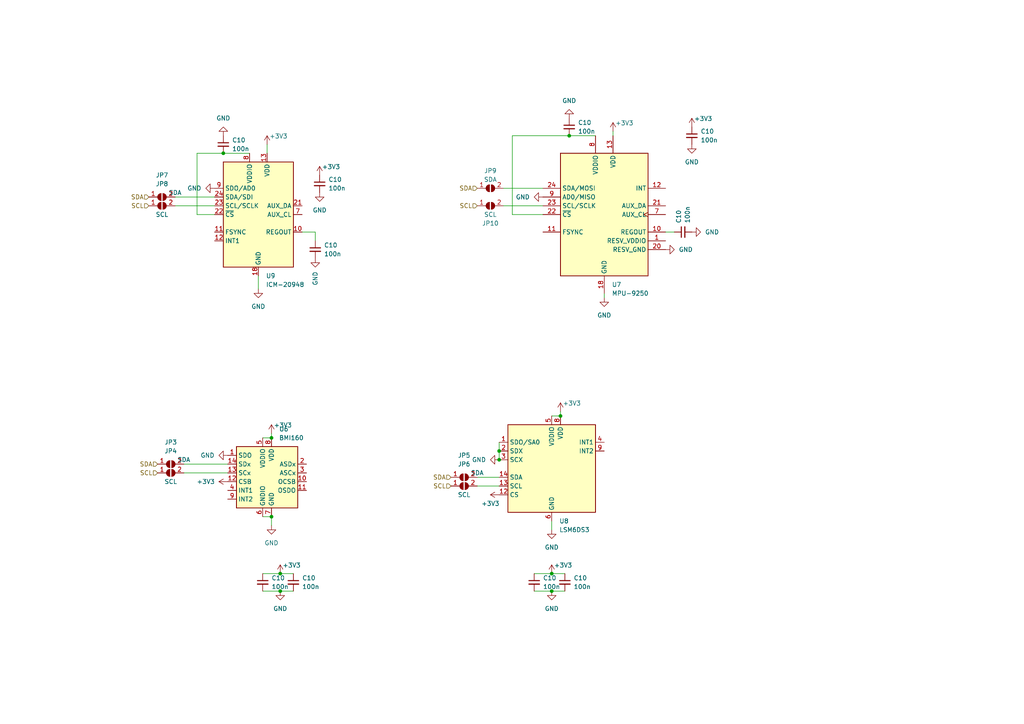
<source format=kicad_sch>
(kicad_sch (version 20230121) (generator eeschema)
  (paper "A4")
  (lib_symbols
    (symbol "Device:C_Small" (pin_numbers hide) (pin_names (offset 0.254) hide)
      (property "Reference" "C" (at 0.254 1.778 0))
      (property "Value" "C_Small" (at 0.254 -2.032 0))
      (symbol "C_Small_0_1"
        (polyline (pts (xy -1.524 -0.508) (xy 1.524 -0.508)) (stroke (width 0.3302)))
        (polyline (pts (xy -1.524 0.508) (xy 1.524 0.508)) (stroke (width 0.3048)))
      )
      (symbol "C_Small_1_1"
        (pin passive line (at 0 2.54 270) (length 2.032) (name "~") (number "1"))
        (pin passive line (at 0 -2.54 90) (length 2.032) (name "~") (number "2"))
      )
    )
    (symbol "Jumper:SolderJumper_2_Open" (pin_names (offset 0) hide)
      (property "Reference" "JP" (at 0 2.032 0))
      (property "Value" "SolderJumper_2_Open" (at 0 -2.54 0))
      (symbol "SolderJumper_2_Open_0_1"
        (arc (start -0.254 1.016) (mid -1.2656 0) (end -0.254 -1.016))
        (arc (start -0.254 1.016) (mid -1.2656 0) (end -0.254 -1.016) (fill (type outline)))
        (polyline (pts (xy -0.254 1.016) (xy -0.254 -1.016)))
        (polyline (pts (xy 0.254 1.016) (xy 0.254 -1.016)))
        (arc (start 0.254 -1.016) (mid 1.2656 0) (end 0.254 1.016))
        (arc (start 0.254 -1.016) (mid 1.2656 0) (end 0.254 1.016) (fill (type outline)))
      )
      (symbol "SolderJumper_2_Open_1_1"
        (pin passive line (at -3.81 0 0) (length 2.54) (name "A") (number "1"))
        (pin passive line (at 3.81 0 180) (length 2.54) (name "B") (number "2"))
      )
    )
    (symbol "Sensor_Motion:BMI160"
      (property "Reference" "U" (at -10.16 8.89 0))
      (property "Value" "BMI160" (at 7.62 8.89 0))
      (symbol "BMI160_1_1"
        (rectangle (start -10.16 7.62) (end 7.62 -10.16) (stroke (width 0.254)) (fill (type background)))
        (pin bidirectional line (at -12.7 5.08 0) (length 2.54) (name "SDO") (number "1"))
        (pin bidirectional line (at 10.16 -2.54 180) (length 2.54) (name "OCSB") (number "10"))
        (pin bidirectional line (at 10.16 -5.08 180) (length 2.54) (name "OSDO") (number "11"))
        (pin input line (at -12.7 -2.54 0) (length 2.54) (name "CSB") (number "12"))
        (pin input line (at -12.7 0 0) (length 2.54) (name "SCx") (number "13"))
        (pin bidirectional line (at -12.7 2.54 0) (length 2.54) (name "SDx") (number "14"))
        (pin bidirectional line (at 10.16 2.54 180) (length 2.54) (name "ASDx") (number "2"))
        (pin output line (at 10.16 0 180) (length 2.54) (name "ASCx") (number "3"))
        (pin bidirectional line (at -12.7 -5.08 0) (length 2.54) (name "INT1") (number "4"))
        (pin power_in line (at -2.54 10.16 270) (length 2.54) (name "VDDIO") (number "5"))
        (pin power_in line (at -2.54 -12.7 90) (length 2.54) (name "GNDIO") (number "6"))
        (pin power_in line (at 0 -12.7 90) (length 2.54) (name "GND") (number "7"))
        (pin power_in line (at 0 10.16 270) (length 2.54) (name "VDD") (number "8"))
        (pin bidirectional line (at -12.7 -7.62 0) (length 2.54) (name "INT2") (number "9"))
      )
    )
    (symbol "Sensor_Motion:ICM-20948"
      (property "Reference" "U" (at -11.43 16.51 0))
      (property "Value" "ICM-20948" (at 7.62 -16.51 0))
      (symbol "ICM-20948_0_1"
        (rectangle (start -10.16 15.24) (end 10.16 -15.24) (stroke (width 0.254)) (fill (type background)))
      )
      (symbol "ICM-20948_1_1"
        (pin no_connect line (at -10.16 12.7 0) (length 2.54) hide (name "NC") (number "1"))
        (pin passive line (at 12.7 -5.08 180) (length 2.54) (name "REGOUT") (number "10"))
        (pin input line (at -12.7 -5.08 0) (length 2.54) (name "FSYNC") (number "11"))
        (pin output line (at -12.7 -7.62 0) (length 2.54) (name "INT1") (number "12"))
        (pin power_in line (at 2.54 17.78 270) (length 2.54) (name "VDD") (number "13"))
        (pin no_connect line (at 10.16 7.62 180) (length 2.54) hide (name "NC") (number "14"))
        (pin no_connect line (at 10.16 5.08 180) (length 2.54) hide (name "NC") (number "15"))
        (pin no_connect line (at 10.16 -7.62 180) (length 2.54) hide (name "NC") (number "16"))
        (pin no_connect line (at 10.16 -10.16 180) (length 2.54) hide (name "NC") (number "17"))
        (pin power_in line (at 0 -17.78 90) (length 2.54) (name "GND") (number "18"))
        (pin no_connect line (at 10.16 -12.7 180) (length 2.54) hide (name "RESV") (number "19"))
        (pin no_connect line (at -10.16 10.16 0) (length 2.54) hide (name "NC") (number "2"))
        (pin passive line (at 0 -17.78 90) (length 2.54) hide (name "GND") (number "20"))
        (pin bidirectional line (at 12.7 2.54 180) (length 2.54) (name "AUX_DA") (number "21"))
        (pin input line (at -12.7 0 0) (length 2.54) (name "~{CS}") (number "22"))
        (pin input line (at -12.7 2.54 0) (length 2.54) (name "SCL/SCLK") (number "23"))
        (pin bidirectional line (at -12.7 5.08 0) (length 2.54) (name "SDA/SDI") (number "24"))
        (pin no_connect line (at -10.16 -2.54 0) (length 2.54) hide (name "NC") (number "3"))
        (pin no_connect line (at -10.16 -10.16 0) (length 2.54) hide (name "NC") (number "4"))
        (pin no_connect line (at -10.16 -12.7 0) (length 2.54) hide (name "NC") (number "5"))
        (pin no_connect line (at 10.16 10.16 180) (length 2.54) hide (name "NC") (number "6"))
        (pin output line (at 12.7 0 180) (length 2.54) (name "AUX_CL") (number "7"))
        (pin power_in line (at -2.54 17.78 270) (length 2.54) (name "VDDIO") (number "8"))
        (pin bidirectional line (at -12.7 7.62 0) (length 2.54) (name "SDO/AD0") (number "9"))
      )
    )
    (symbol "Sensor_Motion:LSM6DS3"
      (property "Reference" "U" (at -11.43 15.24 0))
      (property "Value" "LSM6DS3" (at -11.43 12.7 0))
      (symbol "LSM6DS3_0_1"
        (rectangle (start -12.7 12.7) (end 12.7 -12.7) (stroke (width 0.254)) (fill (type background)))
      )
      (symbol "LSM6DS3_1_1"
        (pin bidirectional line (at -15.24 7.62 0) (length 2.54) (name "SDO/SA0") (number "1"))
        (pin no_connect line (at 12.7 -5.08 180) (length 3.81) hide (name "NC") (number "10"))
        (pin no_connect line (at 12.7 -2.54 180) (length 3.81) hide (name "NC") (number "11"))
        (pin input line (at -15.24 -7.62 0) (length 2.54) (name "CS") (number "12"))
        (pin input line (at -15.24 -5.08 0) (length 2.54) (name "SCL") (number "13"))
        (pin bidirectional line (at -15.24 -2.54 0) (length 2.54) (name "SDA") (number "14"))
        (pin bidirectional line (at -15.24 5.08 0) (length 2.54) (name "SDX") (number "2"))
        (pin input line (at -15.24 2.54 0) (length 2.54) (name "SCX") (number "3"))
        (pin output line (at 15.24 7.62 180) (length 2.54) (name "INT1") (number "4"))
        (pin power_in line (at 0 15.24 270) (length 2.54) (name "VDDIO") (number "5"))
        (pin power_in line (at 0 -15.24 90) (length 2.54) (name "GND") (number "6"))
        (pin passive line (at 0 -15.24 90) (length 2.54) hide (name "GND") (number "7"))
        (pin power_in line (at 2.54 15.24 270) (length 2.54) (name "VDD") (number "8"))
        (pin output line (at 15.24 5.08 180) (length 2.54) (name "INT2") (number "9"))
      )
    )
    (symbol "Sensor_Motion:MPU-9250"
      (property "Reference" "U" (at -11.43 19.05 0))
      (property "Value" "MPU-9250" (at 7.62 -19.05 0))
      (symbol "MPU-9250_0_1"
        (rectangle (start -12.7 17.78) (end 12.7 -17.78) (stroke (width 0.254)) (fill (type background)))
      )
      (symbol "MPU-9250_1_1"
        (pin input line (at 17.78 -7.62 180) (length 5.08) (name "RESV_VDDIO") (number "1"))
        (pin passive line (at 17.78 -5.08 180) (length 5.08) (name "REGOUT") (number "10"))
        (pin input line (at -17.78 -5.08 0) (length 5.08) (name "FSYNC") (number "11"))
        (pin output line (at 17.78 7.62 180) (length 5.08) (name "INT") (number "12"))
        (pin power_in line (at 2.54 22.86 270) (length 5.08) (name "VDD") (number "13"))
        (pin power_in line (at 0 -22.86 90) (length 5.08) (name "GND") (number "18"))
        (pin power_in line (at 17.78 -10.16 180) (length 5.08) (name "RESV_GND") (number "20"))
        (pin bidirectional line (at 17.78 2.54 180) (length 5.08) (name "AUX_DA") (number "21"))
        (pin input line (at -17.78 0 0) (length 5.08) (name "~{CS}") (number "22"))
        (pin input line (at -17.78 2.54 0) (length 5.08) (name "SCL/SCLK") (number "23"))
        (pin bidirectional line (at -17.78 7.62 0) (length 5.08) (name "SDA/MOSI") (number "24"))
        (pin output clock (at 17.78 0 180) (length 5.08) (name "AUX_CL") (number "7"))
        (pin power_in line (at -2.54 22.86 270) (length 5.08) (name "VDDIO") (number "8"))
        (pin bidirectional line (at -17.78 5.08 0) (length 5.08) (name "AD0/MISO") (number "9"))
      )
    )
    (symbol "power:+3V3" (power) (pin_names (offset 0))
      (property "Value" "+3V3" (at 0 3.556 0))
      (symbol "+3V3_0_1"
        (polyline (pts (xy -0.762 1.27) (xy 0 2.54)))
        (polyline (pts (xy 0 0) (xy 0 2.54)))
        (polyline (pts (xy 0 2.54) (xy 0.762 1.27)))
      )
      (symbol "+3V3_1_1"
        (pin power_in line (at 0 0 90) (length 0) hide (name "+3V3") (number "1"))
      )
    )
    (symbol "power:GND" (power) (pin_names (offset 0))
      (property "Value" "GND" (at 0 -3.81 0))
      (symbol "GND_0_1"
        (polyline (pts (xy 0 0) (xy 0 -1.27) (xy 1.27 -1.27) (xy 0 -2.54) (xy -1.27 -1.27) (xy 0 -1.27)))
      )
      (symbol "GND_1_1"
        (pin power_in line (at 0 0 270) (length 0) hide (name "GND") (number "1"))
      )
    )
  )
  (junction (at 78.74 149.86))
  (junction (at 78.74 127))
  (junction (at 81.28 171.45))
  (junction (at 160.02 171.45))
  (junction (at 81.28 166.37))
  (junction (at 144.78 130.81))
  (junction (at 64.77 44.45))
  (junction (at 160.02 166.37))
  (junction (at 165.1 39.37))
  (junction (at 162.56 120.65))
  (junction (at 144.78 133.35))
  (wire (pts (xy 53.34 137.16) (xy 66.04 137.16)))
  (wire (pts (xy 165.1 39.37) (xy 172.72 39.37)))
  (wire (pts (xy 146.05 54.61) (xy 157.48 54.61)))
  (wire (pts (xy 148.59 39.37) (xy 165.1 39.37)))
  (wire (pts (xy 74.93 80.01) (xy 74.93 83.82)))
  (wire (pts (xy 81.28 171.45) (xy 85.09 171.45)))
  (wire (pts (xy 154.94 171.45) (xy 160.02 171.45)))
  (wire (pts (xy 78.74 149.86) (xy 78.74 152.4)))
  (wire (pts (xy 148.59 62.23) (xy 148.59 39.37)))
  (wire (pts (xy 78.74 127) (xy 78.74 125.73)))
  (wire (pts (xy 76.2 127) (xy 78.74 127)))
  (wire (pts (xy 160.02 120.65) (xy 162.56 120.65)))
  (wire (pts (xy 64.77 44.45) (xy 72.39 44.45)))
  (wire (pts (xy 50.8 59.69) (xy 62.23 59.69)))
  (wire (pts (xy 77.47 41.91) (xy 77.47 44.45)))
  (wire (pts (xy 160.02 166.37) (xy 163.83 166.37)))
  (wire (pts (xy 57.15 62.23) (xy 57.15 44.45)))
  (wire (pts (xy 57.15 44.45) (xy 64.77 44.45)))
  (wire (pts (xy 157.48 62.23) (xy 148.59 62.23)))
  (wire (pts (xy 154.94 166.37) (xy 160.02 166.37)))
  (wire (pts (xy 91.44 69.85) (xy 91.44 67.31)))
  (wire (pts (xy 50.8 57.15) (xy 62.23 57.15)))
  (wire (pts (xy 76.2 171.45) (xy 81.28 171.45)))
  (wire (pts (xy 175.26 85.09) (xy 175.26 86.36)))
  (wire (pts (xy 144.78 130.81) (xy 144.78 133.35)))
  (wire (pts (xy 76.2 149.86) (xy 78.74 149.86)))
  (wire (pts (xy 177.8 38.1) (xy 177.8 39.37)))
  (wire (pts (xy 62.23 62.23) (xy 57.15 62.23)))
  (wire (pts (xy 160.02 171.45) (xy 163.83 171.45)))
  (wire (pts (xy 138.43 140.97) (xy 144.78 140.97)))
  (wire (pts (xy 193.04 67.31) (xy 195.58 67.31)))
  (wire (pts (xy 138.43 138.43) (xy 144.78 138.43)))
  (wire (pts (xy 144.78 128.27) (xy 144.78 130.81)))
  (wire (pts (xy 53.34 134.62) (xy 66.04 134.62)))
  (wire (pts (xy 81.28 166.37) (xy 85.09 166.37)))
  (wire (pts (xy 162.56 119.38) (xy 162.56 120.65)))
  (wire (pts (xy 76.2 166.37) (xy 81.28 166.37)))
  (wire (pts (xy 87.63 67.31) (xy 91.44 67.31)))
  (wire (pts (xy 160.02 151.13) (xy 160.02 153.67)))
  (wire (pts (xy 146.05 59.69) (xy 157.48 59.69)))
  (hierarchical_label "SCL" (shape input) (at 138.43 59.69 180))
  (hierarchical_label "SCL" (shape input) (at 43.18 59.69 180))
  (hierarchical_label "SDA" (shape input) (at 138.43 54.61 180))
  (hierarchical_label "SCL" (shape input) (at 45.72 137.16 180))
  (hierarchical_label "SDA" (shape input) (at 130.81 138.43 180))
  (hierarchical_label "SCL" (shape input) (at 130.81 140.97 180))
  (hierarchical_label "SDA" (shape input) (at 45.72 134.62 180))
  (hierarchical_label "SDA" (shape input) (at 43.18 57.15 180))
  (symbol (lib_id "Jumper:SolderJumper_2_Open") (at 142.24 54.61 0) (unit 1)
    (property "Reference" "JP9" (at 142.24 49.53 0))
    (property "Value" "SDA" (at 142.24 52.07 0))
    (property "Footprint" "Jumper:SolderJumper-2_P1.3mm_Open_RoundedPad1.0x1.5mm" (effects hide))
  )
  (symbol (lib_id "Sensor_Motion:LSM6DS3") (at 160.02 135.89 0) (unit 1)
    (property "Reference" "U8" (at 162.2141 151.13 0) (effects (justify left)))
    (property "Value" "LSM6DS3" (at 162.2141 153.67 0) (effects (justify left)))
    (property "Footprint" "Package_LGA:LGA-14_3x2.5mm_P0.5mm_LayoutBorder3x4y" (effects hide))
    (property "Datasheet" "https://www.st.com/resource/en/datasheet/lsm6ds3tr-c.pdf" (effects hide))
    (property "MPN" "C95230" (effects hide))
  )
  (symbol (lib_id "Jumper:SolderJumper_2_Open") (at 134.62 140.97 0) (unit 1)
    (property "Reference" "JP6" (at 134.62 134.62 0))
    (property "Value" "SCL" (at 134.62 143.51 0))
    (property "Footprint" "Jumper:SolderJumper-2_P1.3mm_Open_RoundedPad1.0x1.5mm" (effects hide))
  )
  (symbol (lib_id "Device:C_Small") (at 76.2 168.91 0) (unit 1)
    (property "Reference" "C10" (at 78.74 167.64 0) (effects (justify left)))
    (property "Value" "100n" (at 78.74 170.18 0) (effects (justify left)))
    (property "Footprint" "Capacitor_SMD:C_0402_1005Metric" (effects hide))
    (property "Datasheet" "https://datasheet.lcsc.com/lcsc/1810191219_Samsung-Electro-Mechanics-CL05B104KO5NNNC_C1525.pdf" (effects hide))
    (property "LCSC" "C1525" (effects hide))
    (instances (project "F405_pill" (path "" (reference "C10") (unit 1)) (path "" (reference "C23") (unit 1))))
  )
  (symbol (lib_id "power:GND") (at 200.66 41.91 0) (unit 1)
    (property "Reference" "#PWR029" (effects hide))
    (property "Value" "GND" (at 200.66 46.99 0))
    (instances (project "F405_pill" (path "" (reference "#PWR029") (unit 1)) (path "" (reference "#PWR040") (unit 1))))
  )
  (symbol (lib_id "power:GND") (at 165.1 34.29 180) (unit 1)
    (property "Reference" "#PWR029" (effects hide))
    (property "Value" "GND" (at 165.1 29.21 0))
    (instances (project "F405_pill" (path "" (reference "#PWR029") (unit 1)) (path "" (reference "#PWR057") (unit 1))))
  )
  (symbol (lib_id "power:+3V3") (at 200.66 36.83 0) (unit 1)
    (property "Reference" "#PWR017" (effects hide))
    (property "Value" "+3V3" (at 203.962 34.417 0))
    (instances (project "F405_pill" (path "" (reference "#PWR017") (unit 1)) (path "" (reference "#PWR039") (unit 1))))
  )
  (symbol (lib_id "Device:C_Small") (at 64.77 41.91 0) (unit 1)
    (property "Reference" "C10" (at 67.31 40.64 0) (effects (justify left)))
    (property "Value" "100n" (at 67.31 43.18 0) (effects (justify left)))
    (property "Footprint" "Capacitor_SMD:C_0402_1005Metric" (effects hide))
    (property "Datasheet" "https://datasheet.lcsc.com/lcsc/1810191219_Samsung-Electro-Mechanics-CL05B104KO5NNNC_C1525.pdf" (effects hide))
    (property "LCSC" "C1525" (effects hide))
    (instances (project "F405_pill" (path "" (reference "C10") (unit 1)) (path "" (reference "C31") (unit 1))))
  )
  (symbol (lib_id "power:+3V3") (at 177.8 38.1 0) (unit 1)
    (property "Reference" "#PWR017" (effects hide))
    (property "Value" "+3V3" (at 181.102 35.687 0))
    (instances (project "F405_pill" (path "" (reference "#PWR017") (unit 1)) (path "" (reference "#PWR031") (unit 1))))
  )
  (symbol (lib_id "power:GND") (at 81.28 171.45 0) (unit 1)
    (property "Reference" "#PWR029" (effects hide))
    (property "Value" "GND" (at 81.28 176.53 0))
    (instances (project "F405_pill" (path "" (reference "#PWR029") (unit 1)) (path "" (reference "#PWR042") (unit 1))))
  )
  (symbol (lib_id "power:+3V3") (at 66.04 139.7 90) (unit 1)
    (property "Reference" "#PWR017" (effects hide))
    (property "Value" "+3V3" (at 59.69 139.7 90))
    (instances (project "F405_pill" (path "" (reference "#PWR017") (unit 1)) (path "" (reference "#PWR041") (unit 1))))
  )
  (symbol (lib_id "power:+3V3") (at 78.74 125.73 0) (unit 1)
    (property "Reference" "#PWR017" (effects hide))
    (property "Value" "+3V3" (at 82.042 123.317 0))
    (instances (project "F405_pill" (path "" (reference "#PWR017") (unit 1)) (path "" (reference "#PWR05") (unit 1))))
  )
  (symbol (lib_id "power:+3V3") (at 160.02 166.37 0) (unit 1)
    (property "Reference" "#PWR017" (effects hide))
    (property "Value" "+3V3" (at 163.322 163.957 0))
    (instances (project "F405_pill" (path "" (reference "#PWR017") (unit 1)) (path "" (reference "#PWR045") (unit 1))))
  )
  (symbol (lib_id "Sensor_Motion:ICM-20948") (at 74.93 62.23 0) (unit 1)
    (property "Reference" "U9" (at 77.1241 80.01 0) (effects (justify left)))
    (property "Value" "ICM-20948" (at 77.1241 82.55 0) (effects (justify left)))
    (property "Footprint" "Sensor_Motion:InvenSense_QFN-24_3x3mm_P0.4mm" (effects hide))
    (property "Datasheet" "http://www.invensense.com/wp-content/uploads/2016/06/DS-000189-ICM-20948-v1.3.pdf" (effects hide))
    (property "MPN" "C726001" (effects hide))
  )
  (symbol (lib_id "Device:C_Small") (at 154.94 168.91 0) (unit 1)
    (property "Reference" "C10" (at 157.48 167.64 0) (effects (justify left)))
    (property "Value" "100n" (at 157.48 170.18 0) (effects (justify left)))
    (property "Footprint" "Capacitor_SMD:C_0402_1005Metric" (effects hide))
    (property "Datasheet" "https://datasheet.lcsc.com/lcsc/1810191219_Samsung-Electro-Mechanics-CL05B104KO5NNNC_C1525.pdf" (effects hide))
    (property "LCSC" "C1525" (effects hide))
    (instances (project "F405_pill" (path "" (reference "C10") (unit 1)) (path "" (reference "C28") (unit 1))))
  )
  (symbol (lib_id "power:+3V3") (at 144.78 143.51 90) (unit 1)
    (property "Reference" "#PWR017" (effects hide))
    (property "Value" "+3V3" (at 142.24 146.05 90))
    (instances (project "F405_pill" (path "" (reference "#PWR017") (unit 1)) (path "" (reference "#PWR048") (unit 1))))
  )
  (symbol (lib_id "Device:C_Small") (at 200.66 39.37 0) (unit 1)
    (property "Reference" "C10" (at 203.2 38.1 0) (effects (justify left)))
    (property "Value" "100n" (at 203.2 40.64 0) (effects (justify left)))
    (property "Footprint" "Capacitor_SMD:C_0402_1005Metric" (effects hide))
    (property "Datasheet" "https://datasheet.lcsc.com/lcsc/1810191219_Samsung-Electro-Mechanics-CL05B104KO5NNNC_C1525.pdf" (effects hide))
    (property "LCSC" "C1525" (effects hide))
    (instances (project "F405_pill" (path "" (reference "C10") (unit 1)) (path "" (reference "C25") (unit 1))))
  )
  (symbol (lib_id "power:+3V3") (at 81.28 166.37 0) (unit 1)
    (property "Reference" "#PWR017" (effects hide))
    (property "Value" "+3V3" (at 84.582 163.957 0))
    (instances (project "F405_pill" (path "" (reference "#PWR017") (unit 1)) (path "" (reference "#PWR043") (unit 1))))
  )
  (symbol (lib_id "power:GND") (at 200.66 67.31 90) (unit 1)
    (property "Reference" "#PWR029" (effects hide))
    (property "Value" "GND" (at 204.47 67.31 90) (effects (justify right)))
    (instances (project "F405_pill" (path "" (reference "#PWR029") (unit 1)) (path "" (reference "#PWR055") (unit 1))))
  )
  (symbol (lib_id "Device:C_Small") (at 91.44 72.39 0) (unit 1)
    (property "Reference" "C10" (at 93.98 71.12 0) (effects (justify left)))
    (property "Value" "100n" (at 93.98 73.66 0) (effects (justify left)))
    (property "Footprint" "Capacitor_SMD:C_0402_1005Metric" (effects hide))
    (property "Datasheet" "https://datasheet.lcsc.com/lcsc/1810191219_Samsung-Electro-Mechanics-CL05B104KO5NNNC_C1525.pdf" (effects hide))
    (property "LCSC" "C1525" (effects hide))
    (instances (project "F405_pill" (path "" (reference "C10") (unit 1)) (path "" (reference "C30") (unit 1))))
  )
  (symbol (lib_id "Jumper:SolderJumper_2_Open") (at 142.24 59.69 0) (unit 1)
    (property "Reference" "JP10" (at 142.24 64.77 0))
    (property "Value" "SCL" (at 142.24 62.23 0))
    (property "Footprint" "Jumper:SolderJumper-2_P1.3mm_Open_RoundedPad1.0x1.5mm" (effects hide))
  )
  (symbol (lib_id "power:GND") (at 144.78 133.35 270) (unit 1)
    (property "Reference" "#PWR029" (effects hide))
    (property "Value" "GND" (at 140.97 133.35 90) (effects (justify right)))
    (instances (project "F405_pill" (path "" (reference "#PWR029") (unit 1)) (path "" (reference "#PWR047") (unit 1))))
  )
  (symbol (lib_id "power:+3V3") (at 77.47 41.91 0) (unit 1)
    (property "Reference" "#PWR017" (effects hide))
    (property "Value" "+3V3" (at 80.772 39.497 0))
    (instances (project "F405_pill" (path "" (reference "#PWR017") (unit 1)) (path "" (reference "#PWR024") (unit 1))))
  )
  (symbol (lib_id "Sensor_Motion:MPU-9250") (at 175.26 62.23 0) (unit 1)
    (property "Reference" "U7" (at 177.4541 82.55 0) (effects (justify left)))
    (property "Value" "MPU-9250" (at 177.4541 85.09 0) (effects (justify left)))
    (property "Footprint" "Sensor_Motion:InvenSense_QFN-24_3x3mm_P0.4mm" (effects hide))
    (property "Datasheet" "https://invensense.tdk.com/wp-content/uploads/2015/02/PS-MPU-9250A-01-v1.1.pdf" (effects hide))
    (property "MPN" "C71459" (effects hide))
  )
  (symbol (lib_id "Jumper:SolderJumper_2_Open") (at 134.62 138.43 0) (unit 1)
    (property "Reference" "JP5" (at 134.62 132.08 0))
    (property "Value" "SDA" (at 138.43 137.16 0))
    (property "Footprint" "Jumper:SolderJumper-2_P1.3mm_Open_RoundedPad1.0x1.5mm" (effects hide))
  )
  (symbol (lib_id "Device:C_Small") (at 85.09 168.91 0) (unit 1)
    (property "Reference" "C10" (at 87.63 167.64 0) (effects (justify left)))
    (property "Value" "100n" (at 87.63 170.18 0) (effects (justify left)))
    (property "Footprint" "Capacitor_SMD:C_0402_1005Metric" (effects hide))
    (property "Datasheet" "https://datasheet.lcsc.com/lcsc/1810191219_Samsung-Electro-Mechanics-CL05B104KO5NNNC_C1525.pdf" (effects hide))
    (property "LCSC" "C1525" (effects hide))
    (instances (project "F405_pill" (path "" (reference "C10") (unit 1)) (path "" (reference "C27") (unit 1))))
  )
  (symbol (lib_id "power:GND") (at 175.26 86.36 0) (unit 1)
    (property "Reference" "#PWR029" (effects hide))
    (property "Value" "GND" (at 175.26 91.44 0))
    (instances (project "F405_pill" (path "" (reference "#PWR029") (unit 1)) (path "" (reference "#PWR035") (unit 1))))
  )
  (symbol (lib_id "Device:C_Small") (at 165.1 36.83 0) (unit 1)
    (property "Reference" "C10" (at 167.64 35.56 0) (effects (justify left)))
    (property "Value" "100n" (at 167.64 38.1 0) (effects (justify left)))
    (property "Footprint" "Capacitor_SMD:C_0402_1005Metric" (effects hide))
    (property "Datasheet" "https://datasheet.lcsc.com/lcsc/1810191219_Samsung-Electro-Mechanics-CL05B104KO5NNNC_C1525.pdf" (effects hide))
    (property "LCSC" "C1525" (effects hide))
    (instances (project "F405_pill" (path "" (reference "C10") (unit 1)) (path "" (reference "C34") (unit 1))))
  )
  (symbol (lib_id "power:GND") (at 62.23 54.61 270) (unit 1)
    (property "Reference" "#PWR029" (effects hide))
    (property "Value" "GND" (at 58.42 54.61 90) (effects (justify right)))
    (instances (project "F405_pill" (path "" (reference "#PWR029") (unit 1)) (path "" (reference "#PWR051") (unit 1))))
  )
  (symbol (lib_id "Jumper:SolderJumper_2_Open") (at 46.99 57.15 0) (unit 1)
    (property "Reference" "JP7" (at 46.99 50.8 0))
    (property "Value" "SDA" (at 50.8 55.88 0))
    (property "Footprint" "Jumper:SolderJumper-2_P1.3mm_Open_RoundedPad1.0x1.5mm" (effects hide))
  )
  (symbol (lib_id "Jumper:SolderJumper_2_Open") (at 49.53 134.62 0) (unit 1)
    (property "Reference" "JP3" (at 49.53 128.27 0))
    (property "Value" "SDA" (at 53.34 133.35 0))
    (property "Footprint" "Jumper:SolderJumper-2_P1.3mm_Open_RoundedPad1.0x1.5mm" (effects hide))
  )
  (symbol (lib_id "power:GND") (at 160.02 153.67 0) (unit 1)
    (property "Reference" "#PWR029" (effects hide))
    (property "Value" "GND" (at 160.02 158.75 0))
    (instances (project "F405_pill" (path "" (reference "#PWR029") (unit 1)) (path "" (reference "#PWR037") (unit 1))))
  )
  (symbol (lib_id "power:+3V3") (at 162.56 119.38 0) (unit 1)
    (property "Reference" "#PWR017" (effects hide))
    (property "Value" "+3V3" (at 165.862 116.967 0))
    (instances (project "F405_pill" (path "" (reference "#PWR017") (unit 1)) (path "" (reference "#PWR033") (unit 1))))
  )
  (symbol (lib_id "Sensor_Motion:BMI160") (at 78.74 137.16 0) (unit 1)
    (property "Reference" "U6" (at 80.9341 124.46 0) (effects (justify left)))
    (property "Value" "BMI160" (at 80.9341 127 0) (effects (justify left)))
    (property "Footprint" "Package_LGA:Bosch_LGA-14_3x2.5mm_P0.5mm" (effects hide))
    (property "Datasheet" "https://www.bosch-sensortec.com/media/boschsensortec/downloads/datasheets/bst-bmi160-ds000.pdf" (effects hide))
    (property "MPN" "C94021" (effects hide))
  )
  (symbol (lib_id "power:GND") (at 157.48 57.15 270) (unit 1)
    (property "Reference" "#PWR029" (effects hide))
    (property "Value" "GND" (at 153.67 57.15 90) (effects (justify right)))
    (instances (project "F405_pill" (path "" (reference "#PWR029") (unit 1)) (path "" (reference "#PWR054") (unit 1))))
  )
  (symbol (lib_id "Device:C_Small") (at 92.71 53.34 0) (unit 1)
    (property "Reference" "C10" (at 95.25 52.07 0) (effects (justify left)))
    (property "Value" "100n" (at 95.25 54.61 0) (effects (justify left)))
    (property "Footprint" "Capacitor_SMD:C_0402_1005Metric" (effects hide))
    (property "Datasheet" "https://datasheet.lcsc.com/lcsc/1810191219_Samsung-Electro-Mechanics-CL05B104KO5NNNC_C1525.pdf" (effects hide))
    (property "LCSC" "C1525" (effects hide))
    (instances (project "F405_pill" (path "" (reference "C10") (unit 1)) (path "" (reference "C33") (unit 1))))
  )
  (symbol (lib_id "power:GND") (at 64.77 39.37 180) (unit 1)
    (property "Reference" "#PWR029" (effects hide))
    (property "Value" "GND" (at 64.77 34.29 0))
    (instances (project "F405_pill" (path "" (reference "#PWR029") (unit 1)) (path "" (reference "#PWR050") (unit 1))))
  )
  (symbol (lib_id "power:GND") (at 160.02 171.45 0) (unit 1)
    (property "Reference" "#PWR029" (effects hide))
    (property "Value" "GND" (at 160.02 176.53 0))
    (instances (project "F405_pill" (path "" (reference "#PWR029") (unit 1)) (path "" (reference "#PWR046") (unit 1))))
  )
  (symbol (lib_id "power:+3V3") (at 92.71 50.8 0) (unit 1)
    (property "Reference" "#PWR017" (effects hide))
    (property "Value" "+3V3" (at 96.012 48.387 0))
    (instances (project "F405_pill" (path "" (reference "#PWR017") (unit 1)) (path "" (reference "#PWR052") (unit 1))))
  )
  (symbol (lib_id "power:GND") (at 92.71 55.88 0) (unit 1)
    (property "Reference" "#PWR029" (effects hide))
    (property "Value" "GND" (at 92.71 60.96 0))
    (instances (project "F405_pill" (path "" (reference "#PWR029") (unit 1)) (path "" (reference "#PWR053") (unit 1))))
  )
  (symbol (lib_id "power:GND") (at 91.44 74.93 0) (unit 1)
    (property "Reference" "#PWR029" (effects hide))
    (property "Value" "GND" (at 91.44 78.74 90) (effects (justify right)))
    (instances (project "F405_pill" (path "" (reference "#PWR029") (unit 1)) (path "" (reference "#PWR049") (unit 1))))
  )
  (symbol (lib_id "Jumper:SolderJumper_2_Open") (at 46.99 59.69 0) (unit 1)
    (property "Reference" "JP8" (at 46.99 53.34 0))
    (property "Value" "SCL" (at 46.99 62.23 0))
    (property "Footprint" "Jumper:SolderJumper-2_P1.3mm_Open_RoundedPad1.0x1.5mm" (effects hide))
  )
  (symbol (lib_id "power:GND") (at 66.04 132.08 270) (unit 1)
    (property "Reference" "#PWR029" (effects hide))
    (property "Value" "GND" (at 62.23 132.08 90) (effects (justify right)))
    (instances (project "F405_pill" (path "" (reference "#PWR029") (unit 1)) (path "" (reference "#PWR044") (unit 1))))
  )
  (symbol (lib_id "Device:C_Small") (at 163.83 168.91 0) (unit 1)
    (property "Reference" "C10" (at 166.37 167.64 0) (effects (justify left)))
    (property "Value" "100n" (at 166.37 170.18 0) (effects (justify left)))
    (property "Footprint" "Capacitor_SMD:C_0402_1005Metric" (effects hide))
    (property "Datasheet" "https://datasheet.lcsc.com/lcsc/1810191219_Samsung-Electro-Mechanics-CL05B104KO5NNNC_C1525.pdf" (effects hide))
    (property "LCSC" "C1525" (effects hide))
    (instances (project "F405_pill" (path "" (reference "C10") (unit 1)) (path "" (reference "C29") (unit 1))))
  )
  (symbol (lib_id "power:GND") (at 78.74 152.4 0) (unit 1)
    (property "Reference" "#PWR029" (effects hide))
    (property "Value" "GND" (at 78.74 157.48 0))
    (instances (project "F405_pill" (path "" (reference "#PWR029") (unit 1)) (path "" (reference "#PWR038") (unit 1))))
  )
  (symbol (lib_id "power:GND") (at 193.04 72.39 90) (unit 1)
    (property "Reference" "#PWR029" (effects hide))
    (property "Value" "GND" (at 196.85 72.39 90) (effects (justify right)))
    (instances (project "F405_pill" (path "" (reference "#PWR029") (unit 1)) (path "" (reference "#PWR056") (unit 1))))
  )
  (symbol (lib_id "Jumper:SolderJumper_2_Open") (at 49.53 137.16 0) (unit 1)
    (property "Reference" "JP4" (at 49.53 130.81 0))
    (property "Value" "SCL" (at 49.53 139.7 0))
    (property "Footprint" "Jumper:SolderJumper-2_P1.3mm_Open_RoundedPad1.0x1.5mm" (effects hide))
  )
  (symbol (lib_id "Device:C_Small") (at 198.12 67.31 90) (unit 1)
    (property "Reference" "C10" (at 196.85 64.77 0) (effects (justify left)))
    (property "Value" "100n" (at 199.39 64.77 0) (effects (justify left)))
    (property "Footprint" "Capacitor_SMD:C_0402_1005Metric" (effects hide))
    (property "Datasheet" "https://datasheet.lcsc.com/lcsc/1810191219_Samsung-Electro-Mechanics-CL05B104KO5NNNC_C1525.pdf" (effects hide))
    (property "LCSC" "C1525" (effects hide))
    (instances (project "F405_pill" (path "" (reference "C10") (unit 1)) (path "" (reference "C32") (unit 1))))
  )
  (symbol (lib_id "power:GND") (at 74.93 83.82 0) (unit 1)
    (property "Reference" "#PWR029" (effects hide))
    (property "Value" "GND" (at 74.93 88.9 0))
    (instances (project "F405_pill" (path "" (reference "#PWR029") (unit 1)) (path "" (reference "#PWR034") (unit 1))))
  )
)
</source>
